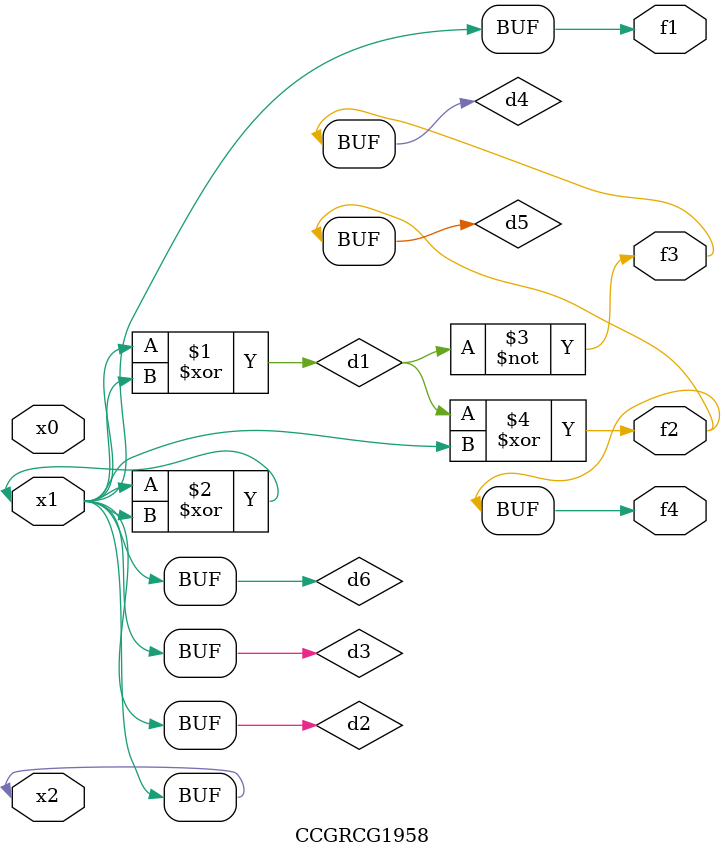
<source format=v>
module CCGRCG1958(
	input x0, x1, x2,
	output f1, f2, f3, f4
);

	wire d1, d2, d3, d4, d5, d6;

	xor (d1, x1, x2);
	buf (d2, x1, x2);
	xor (d3, x1, x2);
	nor (d4, d1);
	xor (d5, d1, d2);
	buf (d6, d2, d3);
	assign f1 = d6;
	assign f2 = d5;
	assign f3 = d4;
	assign f4 = d5;
endmodule

</source>
